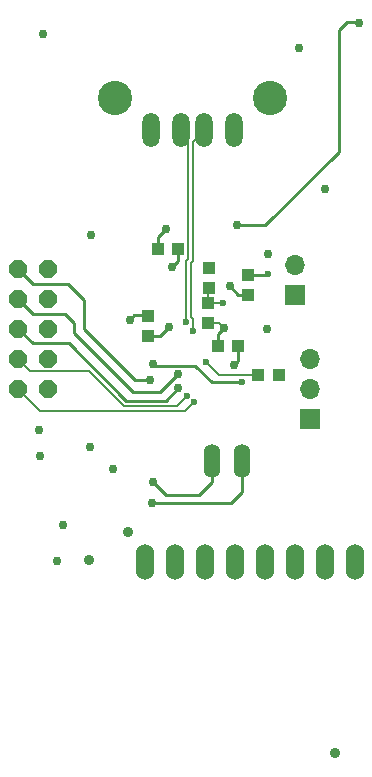
<source format=gbr>
%TF.GenerationSoftware,KiCad,Pcbnew,8.0.6*%
%TF.CreationDate,2024-11-27T18:57:57+00:00*%
%TF.ProjectId,wmk,776d6b2e-6b69-4636-9164-5f7063625858,rev?*%
%TF.SameCoordinates,Original*%
%TF.FileFunction,Copper,L4,Bot*%
%TF.FilePolarity,Positive*%
%FSLAX46Y46*%
G04 Gerber Fmt 4.6, Leading zero omitted, Abs format (unit mm)*
G04 Created by KiCad (PCBNEW 8.0.6) date 2024-11-27 18:57:57*
%MOMM*%
%LPD*%
G01*
G04 APERTURE LIST*
G04 Aperture macros list*
%AMOutline5P*
0 Free polygon, 5 corners , with rotation*
0 The origin of the aperture is its center*
0 number of corners: always 5*
0 $1 to $10 corner X, Y*
0 $11 Rotation angle, in degrees counterclockwise*
0 create outline with 5 corners*
4,1,5,$1,$2,$3,$4,$5,$6,$7,$8,$9,$10,$1,$2,$11*%
%AMOutline6P*
0 Free polygon, 6 corners , with rotation*
0 The origin of the aperture is its center*
0 number of corners: always 6*
0 $1 to $12 corner X, Y*
0 $13 Rotation angle, in degrees counterclockwise*
0 create outline with 6 corners*
4,1,6,$1,$2,$3,$4,$5,$6,$7,$8,$9,$10,$11,$12,$1,$2,$13*%
%AMOutline7P*
0 Free polygon, 7 corners , with rotation*
0 The origin of the aperture is its center*
0 number of corners: always 7*
0 $1 to $14 corner X, Y*
0 $15 Rotation angle, in degrees counterclockwise*
0 create outline with 7 corners*
4,1,7,$1,$2,$3,$4,$5,$6,$7,$8,$9,$10,$11,$12,$13,$14,$1,$2,$15*%
%AMOutline8P*
0 Free polygon, 8 corners , with rotation*
0 The origin of the aperture is its center*
0 number of corners: always 8*
0 $1 to $16 corner X, Y*
0 $17 Rotation angle, in degrees counterclockwise*
0 create outline with 8 corners*
4,1,8,$1,$2,$3,$4,$5,$6,$7,$8,$9,$10,$11,$12,$13,$14,$15,$16,$1,$2,$17*%
G04 Aperture macros list end*
%TA.AperFunction,ComponentPad*%
%ADD10R,1.700000X1.700000*%
%TD*%
%TA.AperFunction,ComponentPad*%
%ADD11O,1.700000X1.700000*%
%TD*%
%TA.AperFunction,ComponentPad*%
%ADD12O,1.422400X2.844800*%
%TD*%
%TA.AperFunction,ComponentPad*%
%ADD13O,1.458000X2.916000*%
%TD*%
%TA.AperFunction,ComponentPad*%
%ADD14C,2.900000*%
%TD*%
%TA.AperFunction,ComponentPad*%
%ADD15O,1.524000X3.048000*%
%TD*%
%TA.AperFunction,ComponentPad*%
%ADD16Outline8P,-0.762000X0.315631X-0.315631X0.762000X0.315631X0.762000X0.762000X0.315631X0.762000X-0.315631X0.315631X-0.762000X-0.315631X-0.762000X-0.762000X-0.315631X90.000000*%
%TD*%
%TA.AperFunction,SMDPad,CuDef*%
%ADD17R,1.000000X1.100000*%
%TD*%
%TA.AperFunction,SMDPad,CuDef*%
%ADD18R,1.100000X1.000000*%
%TD*%
%TA.AperFunction,ViaPad*%
%ADD19C,0.600000*%
%TD*%
%TA.AperFunction,ViaPad*%
%ADD20C,0.756400*%
%TD*%
%TA.AperFunction,ViaPad*%
%ADD21C,0.906400*%
%TD*%
%TA.AperFunction,Conductor*%
%ADD22C,0.254000*%
%TD*%
%TA.AperFunction,Conductor*%
%ADD23C,0.200000*%
%TD*%
G04 APERTURE END LIST*
D10*
%TO.P,J2,1,Pin_1*%
%TO.N,/SWCLK*%
X157200000Y-80625000D03*
D11*
%TO.P,J2,2,Pin_2*%
%TO.N,/SWDIO*%
X157200000Y-78085000D03*
%TD*%
D12*
%TO.P,JP3,1,1*%
%TO.N,/RX*%
X150150000Y-94750000D03*
%TO.P,JP3,2,2*%
%TO.N,/TX*%
X152690000Y-94750000D03*
%TD*%
D13*
%TO.P,X1,1,1*%
%TO.N,Net-(F1-Pad2)*%
X152001100Y-66713600D03*
%TO.P,X1,2,2*%
%TO.N,/USB_DM*%
X149501100Y-66713600D03*
%TO.P,X1,3,3*%
%TO.N,/USB_DP*%
X147501100Y-66713600D03*
%TO.P,X1,4,4*%
%TO.N,GND*%
X145001100Y-66713600D03*
D14*
%TO.P,X1,S1,S1*%
%TO.N,unconnected-(X1-PadS1)*%
X155071100Y-64003600D03*
%TO.P,X1,S2,S2*%
%TO.N,unconnected-(X1-PadS2)*%
X141931100Y-64003600D03*
%TD*%
D10*
%TO.P,J1,1,Pin_1*%
%TO.N,GND*%
X158500000Y-91190000D03*
D11*
%TO.P,J1,2,Pin_2*%
%TO.N,Net-(J1-Pin_2)*%
X158500000Y-88650000D03*
%TO.P,J1,3,Pin_3*%
%TO.N,VDD*%
X158500000Y-86110000D03*
%TD*%
D15*
%TO.P,JP2,1,1*%
%TO.N,/CLOCK*%
X162257431Y-103249369D03*
%TO.P,JP2,2,2*%
%TO.N,/DATA*%
X159717431Y-103249369D03*
%TO.P,JP2,3,3*%
%TO.N,/RESET*%
X157177431Y-103249369D03*
%TO.P,JP2,4,4*%
%TO.N,VCC*%
X154637431Y-103249369D03*
%TO.P,JP2,5,5*%
%TO.N,unconnected-(JP2-Pad5)*%
X152097431Y-103249369D03*
%TO.P,JP2,6,6*%
%TO.N,GND*%
X149557431Y-103249369D03*
%TO.P,JP2,7,7*%
%TO.N,/STATUS*%
X147017431Y-103249369D03*
%TO.P,JP2,8,8*%
%TO.N,/INUSE*%
X144477431Y-103249369D03*
%TD*%
D16*
%TO.P,JP1,1,1*%
%TO.N,Net-(U2-PB15)*%
X136271100Y-88583600D03*
%TO.P,JP1,2,2*%
%TO.N,Net-(U2-PB9)*%
X133731100Y-88583600D03*
%TO.P,JP1,3,3*%
%TO.N,VCC*%
X136271100Y-86043600D03*
%TO.P,JP1,4,4*%
%TO.N,Net-(U2-PB8)*%
X133731100Y-86043600D03*
%TO.P,JP1,5,5*%
%TO.N,GND*%
X136271100Y-83503600D03*
%TO.P,JP1,6,6*%
%TO.N,Net-(U2-PB5)*%
X133731100Y-83503600D03*
%TO.P,JP1,7,7*%
%TO.N,Net-(U2-PB14)*%
X136271100Y-80963600D03*
%TO.P,JP1,8,8*%
%TO.N,Net-(U2-PB4)*%
X133731100Y-80963600D03*
%TO.P,JP1,9,9*%
%TO.N,Net-(U2-PB13)*%
X136271100Y-78423600D03*
%TO.P,JP1,10,10*%
%TO.N,Net-(U2-PB3)*%
X133731100Y-78423600D03*
%TD*%
D17*
%TO.P,C12,1,1*%
%TO.N,VDD*%
X144787584Y-84136100D03*
%TO.P,C12,2,2*%
%TO.N,GND*%
X144787584Y-82436100D03*
%TD*%
D18*
%TO.P,R2,1,1*%
%TO.N,/NRST*%
X149900000Y-80050000D03*
%TO.P,R2,2,2*%
%TO.N,VDD*%
X149900000Y-78350000D03*
%TD*%
D17*
%TO.P,R1,1,1*%
%TO.N,Net-(U2-BOOT0)*%
X154100000Y-87450000D03*
%TO.P,R1,2,2*%
%TO.N,Net-(J1-Pin_2)*%
X155800000Y-87450000D03*
%TD*%
%TO.P,C7,1,1*%
%TO.N,/NRST*%
X149850000Y-81350000D03*
%TO.P,C7,2,2*%
%TO.N,GND*%
X149850000Y-83050000D03*
%TD*%
%TO.P,C6,1,1*%
%TO.N,VDD*%
X153245100Y-78937500D03*
%TO.P,C6,2,2*%
%TO.N,GND*%
X153245100Y-80637500D03*
%TD*%
D18*
%TO.P,C16,1,1*%
%TO.N,VDD*%
X152355000Y-85009800D03*
%TO.P,C16,2,2*%
%TO.N,GND*%
X150655000Y-85009800D03*
%TD*%
%TO.P,C5,1,1*%
%TO.N,VDD*%
X145579268Y-76780438D03*
%TO.P,C5,2,2*%
%TO.N,GND*%
X147279268Y-76780438D03*
%TD*%
D19*
%TO.N,VDD*%
X154869200Y-78900000D03*
%TO.N,/SWCLK*%
X152700000Y-88053200D03*
%TO.N,/NRST*%
X151100000Y-81300000D03*
D20*
%TO.N,GND*%
X151140550Y-83459450D03*
X151650000Y-79900000D03*
X146792000Y-78272700D03*
X143210600Y-82768500D03*
X135590600Y-94274700D03*
X135819200Y-58536900D03*
D21*
X160546100Y-119446100D03*
X143083600Y-100713600D03*
D20*
X135514400Y-92064900D03*
D21*
X139781600Y-103063100D03*
D20*
%TO.N,VDD*%
X139857800Y-93512700D03*
X154793000Y-83530500D03*
X139934000Y-75605700D03*
X146563400Y-83378100D03*
X159746000Y-71719500D03*
X141762800Y-95417700D03*
X152049800Y-86578500D03*
X146258600Y-75072300D03*
%TO.N,VCC*%
X157536200Y-59756100D03*
X137038400Y-103190100D03*
X137571800Y-100142100D03*
%TO.N,Net-(U2-PA3)*%
X152278400Y-74767500D03*
X162641600Y-57622500D03*
%TO.N,Net-(U2-PB3)*%
X144887000Y-87873900D03*
%TO.N,Net-(U2-PB4)*%
X147325400Y-87340500D03*
%TO.N,Net-(U2-PB5)*%
X147325400Y-88559700D03*
D19*
%TO.N,Net-(U2-PB8)*%
X148031200Y-89204800D03*
%TO.N,Net-(U2-PB9)*%
X148627844Y-89741779D03*
D20*
%TO.N,/TX*%
X145115600Y-98237100D03*
%TO.N,/RX*%
X145191800Y-96484500D03*
%TO.N,/SWCLK*%
X145150000Y-86500000D03*
D19*
%TO.N,Net-(U2-BOOT0)*%
X149674500Y-86326084D03*
%TO.N,/USB_DP*%
X147929600Y-82905600D03*
%TO.N,/USB_DM*%
X148539200Y-83667600D03*
D20*
%TO.N,unconnected-(U2-PA2-Pad12)*%
X154869200Y-77205900D03*
%TD*%
D22*
%TO.N,/TX*%
X145115600Y-98237100D02*
X151812900Y-98237100D01*
X151812900Y-98237100D02*
X152690000Y-97360000D01*
X152690000Y-97360000D02*
X152690000Y-94750000D01*
%TO.N,/RX*%
X145191800Y-96484500D02*
X146258600Y-97551300D01*
X146258600Y-97551300D02*
X149098700Y-97551300D01*
X149098700Y-97551300D02*
X150150000Y-96500000D01*
X150150000Y-96500000D02*
X150150000Y-94750000D01*
%TO.N,/SWCLK*%
X145150000Y-86500000D02*
X145282100Y-86632100D01*
X145282100Y-86632100D02*
X148732100Y-86632100D01*
X148732100Y-86632100D02*
X150153200Y-88053200D01*
X150153200Y-88053200D02*
X152700000Y-88053200D01*
D23*
%TO.N,Net-(U2-BOOT0)*%
X149674500Y-86326084D02*
X150798416Y-87450000D01*
X150798416Y-87450000D02*
X154100000Y-87450000D01*
%TO.N,/NRST*%
X149900000Y-81300000D02*
X149850000Y-81350000D01*
X151100000Y-81300000D02*
X149900000Y-81300000D01*
D22*
%TO.N,GND*%
X151650000Y-79900000D02*
X152387500Y-80637500D01*
X152387500Y-80637500D02*
X153245100Y-80637500D01*
D23*
%TO.N,/NRST*%
X149850000Y-81350000D02*
X149850000Y-80100000D01*
X149850000Y-80100000D02*
X149900000Y-80050000D01*
%TO.N,GND*%
X149850000Y-83050000D02*
X150731100Y-83050000D01*
X150731100Y-83050000D02*
X151140550Y-83459450D01*
D22*
X151140550Y-83459450D02*
X150655000Y-83945000D01*
X150655000Y-83945000D02*
X150655000Y-85009800D01*
D23*
%TO.N,/USB_DM*%
X148539200Y-83667600D02*
X148539200Y-82662146D01*
X148539200Y-82662146D02*
X148359800Y-82482746D01*
X148359800Y-77959873D02*
X148535668Y-77784005D01*
X148359800Y-82482746D02*
X148359800Y-77959873D01*
X148535668Y-77784005D02*
X148535668Y-67679032D01*
X148535668Y-67679032D02*
X149501100Y-66713600D01*
%TO.N,/USB_DP*%
X147929600Y-77781678D02*
X148132468Y-77578810D01*
X147501100Y-66713600D02*
X148132468Y-67344968D01*
X148132468Y-67344968D02*
X148132468Y-77578810D01*
X147929600Y-77781678D02*
X147929600Y-82905600D01*
D22*
%TO.N,GND*%
X147279268Y-76780438D02*
X147279268Y-77785432D01*
X144787584Y-82436100D02*
X144738984Y-82387500D01*
X144738984Y-82387500D02*
X143591600Y-82387500D01*
X147279268Y-77785432D02*
X146792000Y-78272700D01*
X143591600Y-82387500D02*
X143210600Y-82768500D01*
%TO.N,VDD*%
X152355000Y-85009800D02*
X152355000Y-86273300D01*
X145579268Y-75751632D02*
X146258600Y-75072300D01*
X154814000Y-78937500D02*
X153245100Y-78937500D01*
X145579268Y-76780438D02*
X145579268Y-75751632D01*
X144787584Y-84136100D02*
X145805400Y-84136100D01*
X152355000Y-86273300D02*
X152049800Y-86578500D01*
X154869200Y-78882300D02*
X154814000Y-78937500D01*
X145805400Y-84136100D02*
X146563400Y-83378100D01*
%TO.N,Net-(U2-PA3)*%
X160889000Y-68519100D02*
X160889000Y-58232100D01*
X161574800Y-57546300D02*
X162565400Y-57546300D01*
X152278400Y-74767500D02*
X154640600Y-74767500D01*
X160889000Y-58232100D02*
X161574800Y-57546300D01*
X162565400Y-57546300D02*
X162641600Y-57622500D01*
X154640600Y-74767500D02*
X160889000Y-68519100D01*
%TO.N,Net-(U2-PB3)*%
X133731100Y-78423600D02*
X135028000Y-79720500D01*
X139324400Y-83530500D02*
X143667800Y-87873900D01*
X139324400Y-81092100D02*
X139324400Y-83530500D01*
X137952800Y-79720500D02*
X139324400Y-81092100D01*
X135028000Y-79720500D02*
X137952800Y-79720500D01*
X143667800Y-87873900D02*
X144887000Y-87873900D01*
%TO.N,Net-(U2-PB4)*%
X135002600Y-82235100D02*
X137724200Y-82235100D01*
X147325400Y-87340500D02*
X145801400Y-88864500D01*
X133731100Y-80963600D02*
X135002600Y-82235100D01*
X145801400Y-88864500D02*
X143515400Y-88864500D01*
X138486200Y-82997100D02*
X138486200Y-83835300D01*
X137724200Y-82235100D02*
X138486200Y-82997100D01*
X143515400Y-88864500D02*
X138486200Y-83835300D01*
%TO.N,Net-(U2-PB5)*%
X146258600Y-89626500D02*
X147325400Y-88559700D01*
X133731100Y-83503600D02*
X134977200Y-84749700D01*
X142905800Y-89626500D02*
X146258600Y-89626500D01*
X134977200Y-84749700D02*
X138029000Y-84749700D01*
X138029000Y-84749700D02*
X142905800Y-89626500D01*
D23*
%TO.N,Net-(U2-PB8)*%
X142727606Y-90056700D02*
X147179300Y-90056700D01*
X139779706Y-87108800D02*
X142727606Y-90056700D01*
X133731100Y-86043600D02*
X134796300Y-87108800D01*
X147179300Y-90056700D02*
X148031200Y-89204800D01*
X134796300Y-87108800D02*
X139779706Y-87108800D01*
%TO.N,Net-(U2-PB9)*%
X147909723Y-90459900D02*
X148627844Y-89741779D01*
X133731100Y-88583600D02*
X135607400Y-90459900D01*
X135607400Y-90459900D02*
X147909723Y-90459900D01*
%TD*%
M02*

</source>
